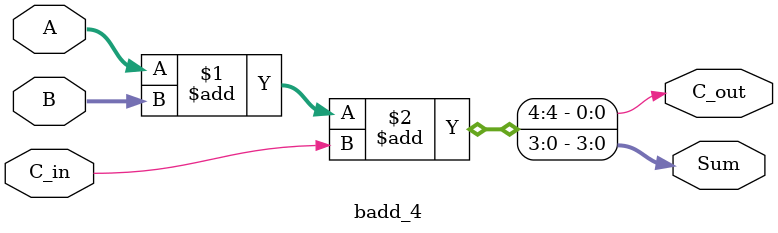
<source format=v>
module badd_4 (Sum, C_out, A, B, C_in);
  output 	[3: 0] 	Sum;
  output 		C_out;
  input 	[3: 0] 	A, B;
  input 		C_in;

  assign {C_out, Sum} = A + B + C_in;
endmodule


</source>
